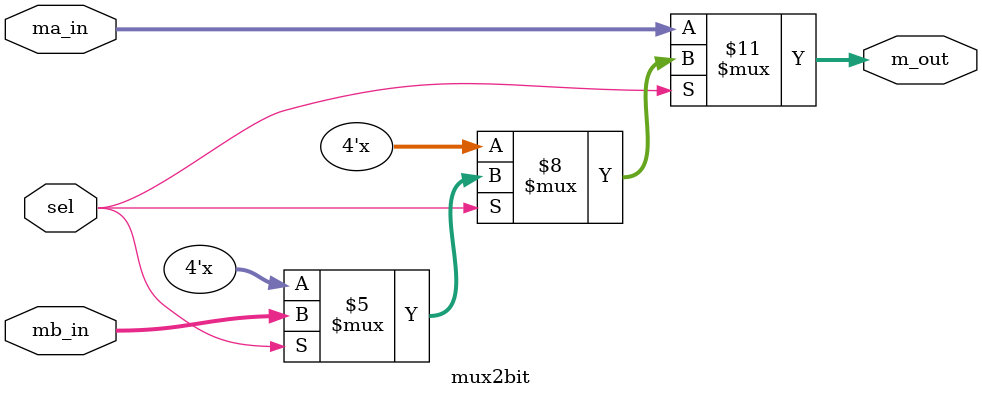
<source format=v>
`timescale 1ns / 1ps
module mux2bit(ma_in, mb_in, sel, m_out);

input [3:0] ma_in;
input [3:0] mb_in;
input sel;
output [3:0] m_out;

reg [3:0] m_out;

always @(ma_in or mb_in or sel) begin

	if (sel == 1'b0) begin
		m_out = ma_in;
	end
	else if (sel == 1'b1) begin
		m_out = mb_in;
	end
	
end

endmodule

</source>
